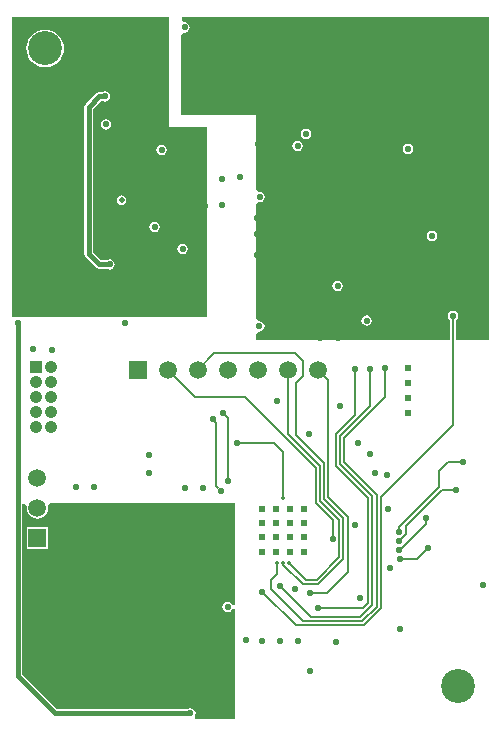
<source format=gbl>
G04*
G04 #@! TF.GenerationSoftware,Altium Limited,Altium Designer,18.1.6 (161)*
G04*
G04 Layer_Physical_Order=4*
G04 Layer_Color=16711680*
%FSLAX25Y25*%
%MOIN*%
G70*
G01*
G75*
%ADD12C,0.01968*%
%ADD16C,0.00800*%
%ADD116C,0.01600*%
%ADD122C,0.04200*%
%ADD123R,0.04200X0.04200*%
%ADD124R,0.05906X0.05906*%
%ADD125C,0.05906*%
%ADD126R,0.05906X0.05906*%
%ADD127C,0.02200*%
%ADD128C,0.02400*%
%ADD129C,0.01400*%
%ADD130C,0.11300*%
G36*
X85000Y48676D02*
X84000Y48577D01*
X83978Y48687D01*
X83602Y49250D01*
X83040Y49625D01*
X82377Y49757D01*
X81713Y49625D01*
X81151Y49250D01*
X80775Y48687D01*
X80643Y48024D01*
X80775Y47361D01*
X81151Y46798D01*
X81713Y46423D01*
X82377Y46291D01*
X83040Y46423D01*
X83602Y46798D01*
X83978Y47361D01*
X84000Y47471D01*
X85000Y47372D01*
Y10500D01*
X71819D01*
X71653Y10717D01*
X71376Y11500D01*
X71601Y11837D01*
X71733Y12500D01*
X71601Y13163D01*
X71226Y13726D01*
X70663Y14101D01*
X70000Y14233D01*
X69337Y14101D01*
X69076Y13927D01*
X25591D01*
X13927Y25591D01*
Y82170D01*
X14927Y82316D01*
X15482Y81500D01*
X15417Y81000D01*
X15539Y80073D01*
X15897Y79208D01*
X16466Y78466D01*
X17208Y77897D01*
X18073Y77539D01*
X19000Y77417D01*
X19927Y77539D01*
X20792Y77897D01*
X21534Y78466D01*
X22103Y79208D01*
X22461Y80073D01*
X22583Y81000D01*
X22518Y81500D01*
X23198Y82500D01*
X85000D01*
Y48676D01*
D02*
G37*
G36*
X169500Y137000D02*
X158569D01*
Y143637D01*
X158775Y143774D01*
X159151Y144337D01*
X159283Y145000D01*
X159151Y145663D01*
X158775Y146226D01*
X158213Y146601D01*
X157550Y146733D01*
X156886Y146601D01*
X156324Y146226D01*
X155948Y145663D01*
X155816Y145000D01*
X155948Y144337D01*
X156324Y143774D01*
X156530Y143637D01*
Y137000D01*
X92000D01*
Y139013D01*
X93000Y139767D01*
X93663Y139899D01*
X94226Y140274D01*
X94601Y140837D01*
X94733Y141500D01*
X94601Y142163D01*
X94226Y142726D01*
X93663Y143101D01*
X93000Y143233D01*
X92000Y143988D01*
Y182196D01*
X93000Y182927D01*
X93050Y182917D01*
X93713Y183049D01*
X94276Y183424D01*
X94651Y183987D01*
X94783Y184650D01*
X94651Y185313D01*
X94276Y185876D01*
X93713Y186251D01*
X93050Y186383D01*
X93000Y186373D01*
X92000Y187104D01*
Y212000D01*
X67000D01*
Y238696D01*
X68000Y239427D01*
X68050Y239417D01*
X68713Y239549D01*
X69276Y239924D01*
X69651Y240487D01*
X69783Y241150D01*
X69651Y241813D01*
X69276Y242376D01*
X68713Y242751D01*
X68050Y242883D01*
X68000Y242873D01*
X67142Y243500D01*
X67226Y244500D01*
X169500D01*
Y137000D01*
D02*
G37*
G36*
X63000Y208000D02*
X75500D01*
Y144500D01*
X10500D01*
Y244500D01*
X63000D01*
Y208000D01*
D02*
G37*
%LPC*%
G36*
X22553Y74553D02*
X15447D01*
Y67447D01*
X22553D01*
Y74553D01*
D02*
G37*
G36*
X108550Y207383D02*
X107887Y207251D01*
X107324Y206876D01*
X106949Y206313D01*
X106817Y205650D01*
X106949Y204987D01*
X107324Y204424D01*
X107887Y204049D01*
X108550Y203917D01*
X109213Y204049D01*
X109776Y204424D01*
X110151Y204987D01*
X110283Y205650D01*
X110151Y206313D01*
X109776Y206876D01*
X109213Y207251D01*
X108550Y207383D01*
D02*
G37*
G36*
X105700Y203383D02*
X105036Y203251D01*
X104474Y202876D01*
X104098Y202313D01*
X103966Y201650D01*
X104098Y200987D01*
X104474Y200424D01*
X105036Y200049D01*
X105700Y199917D01*
X106363Y200049D01*
X106925Y200424D01*
X107301Y200987D01*
X107433Y201650D01*
X107301Y202313D01*
X106925Y202876D01*
X106363Y203251D01*
X105700Y203383D01*
D02*
G37*
G36*
X142550Y202383D02*
X141887Y202251D01*
X141324Y201876D01*
X140949Y201313D01*
X140817Y200650D01*
X140949Y199987D01*
X141324Y199424D01*
X141887Y199049D01*
X142550Y198917D01*
X143213Y199049D01*
X143776Y199424D01*
X144151Y199987D01*
X144283Y200650D01*
X144151Y201313D01*
X143776Y201876D01*
X143213Y202251D01*
X142550Y202383D01*
D02*
G37*
G36*
X150550Y173383D02*
X149887Y173251D01*
X149324Y172876D01*
X148949Y172313D01*
X148817Y171650D01*
X148949Y170987D01*
X149324Y170424D01*
X149887Y170049D01*
X150550Y169917D01*
X151213Y170049D01*
X151776Y170424D01*
X152151Y170987D01*
X152283Y171650D01*
X152151Y172313D01*
X151776Y172876D01*
X151213Y173251D01*
X150550Y173383D01*
D02*
G37*
G36*
X119050Y156683D02*
X118387Y156551D01*
X117824Y156176D01*
X117449Y155613D01*
X117317Y154950D01*
X117449Y154287D01*
X117824Y153724D01*
X118387Y153349D01*
X119050Y153217D01*
X119713Y153349D01*
X120276Y153724D01*
X120651Y154287D01*
X120783Y154950D01*
X120651Y155613D01*
X120276Y156176D01*
X119713Y156551D01*
X119050Y156683D01*
D02*
G37*
G36*
X128697Y145183D02*
X128034Y145051D01*
X127472Y144675D01*
X127096Y144113D01*
X126964Y143450D01*
X127096Y142786D01*
X127472Y142224D01*
X128034Y141848D01*
X128697Y141716D01*
X129361Y141848D01*
X129923Y142224D01*
X130299Y142786D01*
X130431Y143450D01*
X130299Y144113D01*
X129923Y144675D01*
X129361Y145051D01*
X128697Y145183D01*
D02*
G37*
G36*
X21550Y240430D02*
X20325Y240310D01*
X19147Y239952D01*
X18061Y239372D01*
X17109Y238591D01*
X16328Y237639D01*
X15748Y236553D01*
X15390Y235375D01*
X15270Y234150D01*
X15390Y232925D01*
X15748Y231747D01*
X16328Y230661D01*
X17109Y229709D01*
X18061Y228928D01*
X19147Y228348D01*
X20325Y227990D01*
X21550Y227870D01*
X22775Y227990D01*
X23953Y228348D01*
X25039Y228928D01*
X25991Y229709D01*
X26772Y230661D01*
X27352Y231747D01*
X27710Y232925D01*
X27830Y234150D01*
X27710Y235375D01*
X27352Y236553D01*
X26772Y237639D01*
X25991Y238591D01*
X25039Y239372D01*
X23953Y239952D01*
X22775Y240310D01*
X21550Y240430D01*
D02*
G37*
G36*
X41550Y219883D02*
X40887Y219751D01*
X40626Y219577D01*
X39550D01*
X39550Y219577D01*
X39004Y219469D01*
X38541Y219159D01*
X38541Y219159D01*
X35041Y215659D01*
X34731Y215196D01*
X34623Y214650D01*
X34623Y214650D01*
Y165650D01*
X34623Y165650D01*
X34731Y165104D01*
X35041Y164641D01*
X38541Y161141D01*
X38541Y161141D01*
X39004Y160831D01*
X39550Y160723D01*
X39550Y160723D01*
X42126D01*
X42387Y160549D01*
X43050Y160417D01*
X43713Y160549D01*
X44276Y160924D01*
X44651Y161487D01*
X44783Y162150D01*
X44651Y162813D01*
X44276Y163376D01*
X43713Y163751D01*
X43050Y163883D01*
X42387Y163751D01*
X42126Y163577D01*
X40141D01*
X37477Y166241D01*
Y214059D01*
X40141Y216723D01*
X40626D01*
X40887Y216549D01*
X41550Y216417D01*
X42213Y216549D01*
X42776Y216924D01*
X43151Y217487D01*
X43283Y218150D01*
X43151Y218813D01*
X42776Y219376D01*
X42213Y219751D01*
X41550Y219883D01*
D02*
G37*
G36*
X41877Y210557D02*
X41214Y210425D01*
X40651Y210049D01*
X40275Y209487D01*
X40143Y208823D01*
X40275Y208160D01*
X40651Y207598D01*
X41214Y207222D01*
X41877Y207090D01*
X42540Y207222D01*
X43102Y207598D01*
X43478Y208160D01*
X43610Y208823D01*
X43478Y209487D01*
X43102Y210049D01*
X42540Y210425D01*
X41877Y210557D01*
D02*
G37*
G36*
X60377Y202057D02*
X59714Y201925D01*
X59151Y201549D01*
X58775Y200987D01*
X58644Y200323D01*
X58775Y199660D01*
X59151Y199098D01*
X59714Y198722D01*
X60377Y198590D01*
X61040Y198722D01*
X61602Y199098D01*
X61978Y199660D01*
X62110Y200323D01*
X61978Y200987D01*
X61602Y201549D01*
X61040Y201925D01*
X60377Y202057D01*
D02*
G37*
G36*
X47050Y185163D02*
X46432Y185040D01*
X45908Y184690D01*
X45558Y184166D01*
X45435Y183548D01*
X45558Y182930D01*
X45908Y182405D01*
X46432Y182055D01*
X47050Y181932D01*
X47668Y182055D01*
X48192Y182405D01*
X48542Y182930D01*
X48665Y183548D01*
X48542Y184166D01*
X48192Y184690D01*
X47668Y185040D01*
X47050Y185163D01*
D02*
G37*
G36*
X58050Y176383D02*
X57387Y176251D01*
X56824Y175876D01*
X56449Y175313D01*
X56317Y174650D01*
X56449Y173987D01*
X56824Y173424D01*
X57387Y173049D01*
X58050Y172917D01*
X58713Y173049D01*
X59276Y173424D01*
X59651Y173987D01*
X59783Y174650D01*
X59651Y175313D01*
X59276Y175876D01*
X58713Y176251D01*
X58050Y176383D01*
D02*
G37*
G36*
X67358Y169105D02*
X66694Y168973D01*
X66132Y168597D01*
X65756Y168035D01*
X65624Y167372D01*
X65756Y166709D01*
X66132Y166146D01*
X66694Y165770D01*
X67358Y165638D01*
X68021Y165770D01*
X68583Y166146D01*
X68959Y166709D01*
X69091Y167372D01*
X68959Y168035D01*
X68583Y168597D01*
X68021Y168973D01*
X67358Y169105D01*
D02*
G37*
%LPD*%
D12*
X131381Y185981D02*
D03*
Y181650D02*
D03*
Y177319D02*
D03*
X127050Y185981D02*
D03*
Y181650D02*
D03*
Y177319D02*
D03*
X122719Y185981D02*
D03*
Y181650D02*
D03*
Y177319D02*
D03*
X47050Y183548D02*
D03*
D16*
X62500Y127000D02*
X71460Y118040D01*
X88130D01*
X111800Y94370D01*
Y82760D02*
Y94370D01*
Y82760D02*
X117500Y77060D01*
Y70571D02*
Y77060D01*
X98908Y58908D02*
Y62697D01*
X100877Y62123D02*
Y62697D01*
Y84351D02*
Y99500D01*
X113200Y83340D02*
X119600Y76940D01*
X113200Y83340D02*
Y94950D01*
X114600Y83920D02*
X121000Y77520D01*
X114600Y83920D02*
Y95887D01*
X116000Y84500D02*
Y123500D01*
Y84500D02*
X122400Y78100D01*
X102845Y62697D02*
X108543Y57000D01*
X97000D02*
X98908Y58908D01*
X97000Y53845D02*
Y57000D01*
X121000Y63970D02*
Y77520D01*
X122400Y59507D02*
Y78100D01*
X119600Y64550D02*
Y76940D01*
X115494Y52601D02*
X122400Y59507D01*
X112630Y55600D02*
X121000Y63970D01*
X112050Y57000D02*
X119600Y64550D01*
X102500Y105650D02*
X113200Y94950D01*
X105150Y105337D02*
X114600Y95887D01*
X118500Y95020D02*
X129222Y84298D01*
X118500Y95020D02*
Y105500D01*
X119900Y95600D02*
Y104920D01*
Y95600D02*
X130622Y84878D01*
X121300Y96180D02*
X132022Y85457D01*
X121300Y96180D02*
Y104340D01*
X129222Y49226D02*
Y84298D01*
X130622Y48646D02*
Y84878D01*
X132022Y48067D02*
Y85457D01*
X72500Y127000D02*
X78000Y132500D01*
X105000D01*
X107595Y129905D01*
Y125000D02*
Y129905D01*
X105150Y122555D02*
X107595Y125000D01*
X105150Y105337D02*
Y122555D01*
X107400Y55600D02*
X112630D01*
X100877Y62123D02*
X107400Y55600D01*
X100000Y55000D02*
X110350Y44650D01*
X102500Y105650D02*
Y127000D01*
X108543Y57000D02*
X112050D01*
X121300Y104340D02*
X135000Y118040D01*
X119900Y104920D02*
X130000Y115020D01*
X118500Y105500D02*
X124924Y111924D01*
X130000Y115020D02*
Y127453D01*
X135000Y118040D02*
Y127500D01*
X133422Y47487D02*
Y84572D01*
X157550Y108700D01*
X127206Y43250D02*
X132022Y48067D01*
X107595Y43250D02*
X127206D01*
X105150Y41850D02*
X127786D01*
X133422Y47487D01*
X126626Y44650D02*
X130622Y48646D01*
X110350Y44650D02*
X126626D01*
X127623Y47627D02*
X129222Y49226D01*
X112500Y47627D02*
X127623D01*
X97000Y53845D02*
X107595Y43250D01*
X94000Y53000D02*
X105150Y41850D01*
X157550Y108700D02*
Y145000D01*
X110000Y52601D02*
X115494D01*
X112500Y127000D02*
X116000Y123500D01*
X124924Y111924D02*
Y127453D01*
X97877Y102500D02*
X100877Y99500D01*
X85500Y102500D02*
X97877D01*
X77402Y110500D02*
X78550Y109352D01*
X82377Y90000D02*
Y111123D01*
X81000Y112500D02*
X82377Y111123D01*
X78550Y88150D02*
Y109352D01*
Y88150D02*
X79177Y87523D01*
X152900Y93400D02*
X155950Y96450D01*
X161000D01*
X152900Y87900D02*
Y93400D01*
X153980Y87000D02*
X158500D01*
X139500Y74500D02*
X152900Y87900D01*
X139500Y73000D02*
Y74500D01*
X139611Y70000D02*
X142000Y72389D01*
Y75020D01*
X153980Y87000D01*
X139723Y67000D02*
X148500Y75778D01*
Y77500D01*
X139723Y67000D02*
X139723Y67000D01*
X139611Y67000D02*
X139723D01*
X139723Y64000D02*
X145500D01*
X149201Y67701D01*
X23500Y123000D02*
X24500D01*
D116*
X25000Y12500D02*
X70000D01*
X12500Y25000D02*
X25000Y12500D01*
X12500Y25000D02*
Y142500D01*
X39550Y162150D02*
X43050D01*
X39550Y218150D02*
X41550D01*
X36050Y165650D02*
X39550Y162150D01*
X36050Y165650D02*
Y214650D01*
X39550Y218150D01*
D122*
X23500Y128000D02*
D03*
X18500Y108000D02*
D03*
X18500Y113000D02*
D03*
Y118000D02*
D03*
X18500Y123000D02*
D03*
X23500Y108000D02*
D03*
X23500Y113000D02*
D03*
X23500Y118000D02*
D03*
Y123000D02*
D03*
D123*
X18500Y128000D02*
D03*
D124*
X19000Y71000D02*
D03*
D125*
Y81000D02*
D03*
Y91000D02*
D03*
X72500Y127000D02*
D03*
X62500D02*
D03*
X82500D02*
D03*
X92500D02*
D03*
X102500D02*
D03*
X112500D02*
D03*
D126*
X52500D02*
D03*
D127*
X167300Y236150D02*
D03*
X163550Y228650D02*
D03*
X167300Y191150D02*
D03*
Y176150D02*
D03*
X163550Y168650D02*
D03*
X167300Y161150D02*
D03*
X163550Y153650D02*
D03*
X159800Y236150D02*
D03*
X156050Y228650D02*
D03*
Y168650D02*
D03*
X159800Y161150D02*
D03*
X152300Y236150D02*
D03*
X148550Y228650D02*
D03*
X152300Y221150D02*
D03*
X148550Y213650D02*
D03*
X144800Y221150D02*
D03*
X141050Y213650D02*
D03*
X114800Y236150D02*
D03*
X111050Y228650D02*
D03*
X114800Y221150D02*
D03*
X107300Y236150D02*
D03*
X103550Y228650D02*
D03*
Y213650D02*
D03*
X99800Y236150D02*
D03*
Y221150D02*
D03*
X96050Y213650D02*
D03*
X99800Y206150D02*
D03*
X92300Y221150D02*
D03*
X69800D02*
D03*
Y191150D02*
D03*
Y176150D02*
D03*
Y161150D02*
D03*
X66050Y18650D02*
D03*
X58550Y213650D02*
D03*
Y168650D02*
D03*
X62300Y161150D02*
D03*
X58550Y33650D02*
D03*
Y18650D02*
D03*
X51050Y228650D02*
D03*
X54800Y221150D02*
D03*
X51050Y213650D02*
D03*
X54800Y191150D02*
D03*
X51050Y153650D02*
D03*
Y78650D02*
D03*
X54800Y56150D02*
D03*
X51050Y48650D02*
D03*
X54800Y41150D02*
D03*
X51050Y33650D02*
D03*
X54800Y26150D02*
D03*
X51050Y18650D02*
D03*
X43550Y213650D02*
D03*
Y153650D02*
D03*
X47300Y56150D02*
D03*
X43550Y48650D02*
D03*
X47300Y41150D02*
D03*
X43550Y33650D02*
D03*
X47300Y26150D02*
D03*
X43550Y18650D02*
D03*
X39800Y176150D02*
D03*
X36050Y153650D02*
D03*
X39800Y56150D02*
D03*
X36050Y48650D02*
D03*
X39800Y41150D02*
D03*
X36050Y33650D02*
D03*
X39800Y26150D02*
D03*
X36050Y18650D02*
D03*
X32300Y221150D02*
D03*
X28550Y198650D02*
D03*
Y153650D02*
D03*
X32300Y41150D02*
D03*
X24800Y221150D02*
D03*
X21050Y213650D02*
D03*
X24800Y206150D02*
D03*
X21050Y198650D02*
D03*
Y168650D02*
D03*
X24800Y161150D02*
D03*
X21050Y153650D02*
D03*
X24800Y41150D02*
D03*
X13550Y228650D02*
D03*
X17300Y221150D02*
D03*
X13550Y213650D02*
D03*
X17300Y206150D02*
D03*
X13550Y198650D02*
D03*
X17300Y176150D02*
D03*
Y161150D02*
D03*
X122144Y232078D02*
D03*
X119670Y230048D02*
D03*
X119386Y220680D02*
D03*
X121655Y218425D02*
D03*
X124779Y217730D02*
D03*
X127979D02*
D03*
X137300Y219540D02*
D03*
X139147Y222153D02*
D03*
X139470Y225337D02*
D03*
X139425Y228537D02*
D03*
X139671Y231727D02*
D03*
X40060Y77223D02*
D03*
X37046Y76147D02*
D03*
X33917Y75479D02*
D03*
X31182Y73817D02*
D03*
X28920Y71554D02*
D03*
X26657Y69291D02*
D03*
X24394Y67028D02*
D03*
X22131Y64766D02*
D03*
X19869Y62503D02*
D03*
X17606Y60240D02*
D03*
X15343Y57977D02*
D03*
X21312Y36989D02*
D03*
Y40189D02*
D03*
Y43389D02*
D03*
X22837Y46203D02*
D03*
X25100Y48465D02*
D03*
X27362Y50728D02*
D03*
X29625Y52991D02*
D03*
X31888Y55254D02*
D03*
X34151Y57516D02*
D03*
X36413Y59779D02*
D03*
X39291Y61178D02*
D03*
X42488Y61041D02*
D03*
X45676Y61324D02*
D03*
X48320Y63127D02*
D03*
X48169Y75369D02*
D03*
X45457Y77066D02*
D03*
X100000Y55000D02*
D03*
X117500Y70571D02*
D03*
X135000Y127500D02*
D03*
X131353Y92500D02*
D03*
X135500Y92000D02*
D03*
X105000Y54000D02*
D03*
X130000Y127453D02*
D03*
X124924D02*
D03*
X112500Y47627D02*
D03*
X110000Y52601D02*
D03*
X94000Y53000D02*
D03*
X85500Y102500D02*
D03*
X77402Y110500D02*
D03*
X157550Y145000D02*
D03*
X165550Y149000D02*
D03*
X119050Y154950D02*
D03*
X88377Y37024D02*
D03*
X99877Y36524D02*
D03*
X118377Y36174D02*
D03*
X105877Y36524D02*
D03*
X93877D02*
D03*
X140000Y40500D02*
D03*
X81000Y112500D02*
D03*
X82377Y90000D02*
D03*
X70000Y12500D02*
D03*
X12500Y142500D02*
D03*
X22000Y187500D02*
D03*
X99000Y141500D02*
D03*
X93000D02*
D03*
X62500Y176000D02*
D03*
X110000Y26500D02*
D03*
X58500Y25000D02*
D03*
X24000Y133500D02*
D03*
X92050Y165150D02*
D03*
X83050Y33650D02*
D03*
X57550Y44650D02*
D03*
X63550Y33650D02*
D03*
X56050Y98650D02*
D03*
X124924Y75477D02*
D03*
X31950Y87850D02*
D03*
X125877Y102524D02*
D03*
X74050Y87650D02*
D03*
X56050Y92650D02*
D03*
X68050Y87650D02*
D03*
X167550Y55150D02*
D03*
X126377Y50941D02*
D03*
X67358Y167372D02*
D03*
X113050Y137650D02*
D03*
X105700Y201650D02*
D03*
X108550Y205650D02*
D03*
X161550Y183650D02*
D03*
X142550Y200650D02*
D03*
X150550Y171650D02*
D03*
X128697Y143450D02*
D03*
X93050Y184650D02*
D03*
X92050Y177650D02*
D03*
X68050Y241150D02*
D03*
X113550Y225150D02*
D03*
X84050Y225650D02*
D03*
X29550Y213650D02*
D03*
X41877Y208823D02*
D03*
X25576Y209624D02*
D03*
X161550Y189150D02*
D03*
X161050Y177650D02*
D03*
X161550Y195150D02*
D03*
X161050Y200650D02*
D03*
X93050Y208150D02*
D03*
X72550Y47650D02*
D03*
X53550Y173150D02*
D03*
X80550Y190650D02*
D03*
X58050Y174650D02*
D03*
X60377Y200323D02*
D03*
X93050Y191150D02*
D03*
Y196650D02*
D03*
X129877Y99024D02*
D03*
X58050Y190650D02*
D03*
X33550Y163650D02*
D03*
X54050Y163150D02*
D03*
X21550Y181650D02*
D03*
X99000Y116500D02*
D03*
X49050Y234150D02*
D03*
X60377Y56524D02*
D03*
X66550Y75150D02*
D03*
X72550Y228150D02*
D03*
X95550Y227650D02*
D03*
X26550Y169548D02*
D03*
X92050Y172150D02*
D03*
X108800Y221400D02*
D03*
X60377Y62024D02*
D03*
X54377Y79524D02*
D03*
X136500Y61000D02*
D03*
X161050Y219650D02*
D03*
X145050Y238150D02*
D03*
X145197Y143950D02*
D03*
X149697Y148450D02*
D03*
X104550Y218150D02*
D03*
X74964Y181685D02*
D03*
X80404Y181832D02*
D03*
X92550Y202150D02*
D03*
X86550Y191150D02*
D03*
X120050Y238150D02*
D03*
X82377Y48024D02*
D03*
X140697Y138950D02*
D03*
X119050Y137650D02*
D03*
X109550Y105650D02*
D03*
X73550Y75150D02*
D03*
X60377Y79650D02*
D03*
X48050Y142650D02*
D03*
X60050Y157650D02*
D03*
X66050D02*
D03*
X72050D02*
D03*
X43050Y162150D02*
D03*
X41550Y218150D02*
D03*
X37950Y87850D02*
D03*
X18000Y151500D02*
D03*
X17500Y134000D02*
D03*
X80050Y86650D02*
D03*
X168550Y194650D02*
D03*
X161000Y96450D02*
D03*
X158500Y87000D02*
D03*
X136000Y80500D02*
D03*
X139611Y70000D02*
D03*
X139500Y73000D02*
D03*
X148500Y77500D02*
D03*
X149201Y67701D02*
D03*
X139611Y67000D02*
D03*
X139723Y64000D02*
D03*
X120000Y115000D02*
D03*
D128*
X142550Y112500D02*
D03*
X142500Y117500D02*
D03*
X142550Y122500D02*
D03*
X142500Y127500D02*
D03*
X107963Y71162D02*
D03*
X98515D02*
D03*
X93790D02*
D03*
X107963Y80611D02*
D03*
X98515D02*
D03*
X107963Y75886D02*
D03*
X98515D02*
D03*
X107963Y66437D02*
D03*
X98515D02*
D03*
X93790Y80611D02*
D03*
Y75886D02*
D03*
Y66437D02*
D03*
X103239Y71162D02*
D03*
Y80611D02*
D03*
Y66437D02*
D03*
Y75886D02*
D03*
D129*
X98908Y62697D02*
D03*
X100877D02*
D03*
Y84351D02*
D03*
X102845Y62697D02*
D03*
D130*
X21550Y234150D02*
D03*
X159050Y21650D02*
D03*
M02*

</source>
